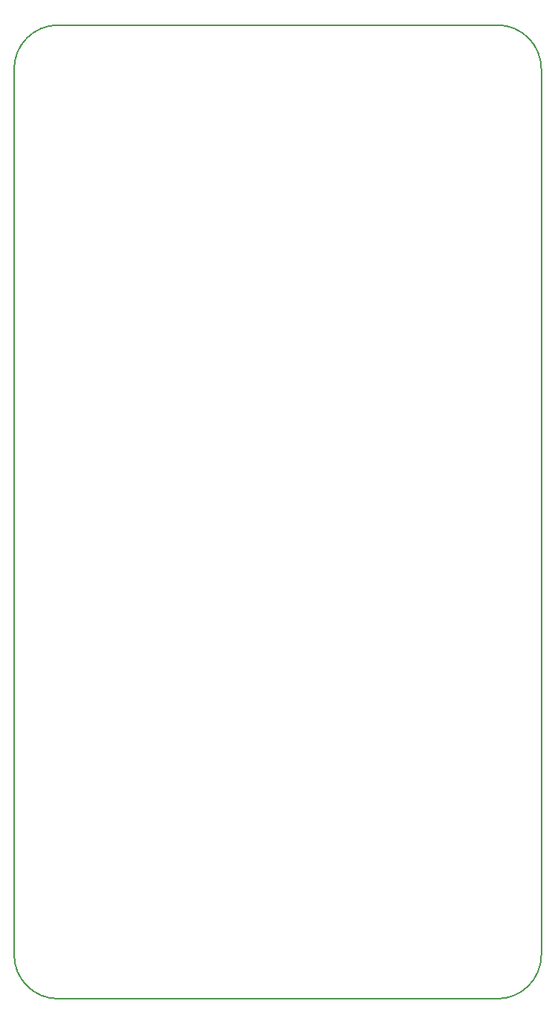
<source format=gbr>
%TF.GenerationSoftware,KiCad,Pcbnew,9.0.0*%
%TF.CreationDate,2025-05-13T23:13:56+02:00*%
%TF.ProjectId,kitchen_timer-hardware,6b697463-6865-46e5-9f74-696d65722d68,rev?*%
%TF.SameCoordinates,Original*%
%TF.FileFunction,Profile,NP*%
%FSLAX46Y46*%
G04 Gerber Fmt 4.6, Leading zero omitted, Abs format (unit mm)*
G04 Created by KiCad (PCBNEW 9.0.0) date 2025-05-13 23:13:56*
%MOMM*%
%LPD*%
G01*
G04 APERTURE LIST*
%TA.AperFunction,Profile*%
%ADD10C,0.200000*%
%TD*%
G04 APERTURE END LIST*
D10*
X187000000Y-133714400D02*
G75*
G02*
X182000000Y-138714400I-5000000J0D01*
G01*
X182000000Y-27940000D02*
G75*
G02*
X187000000Y-32940000I0J-5000000D01*
G01*
X132000000Y-138714400D02*
G75*
G02*
X127000000Y-133714400I0J5000000D01*
G01*
X182000000Y-138714400D02*
X132000000Y-138710000D01*
X127000000Y-32940000D02*
G75*
G02*
X132000000Y-27940000I5000000J0D01*
G01*
X132000000Y-27940000D02*
X182000000Y-27940000D01*
X187000000Y-32940000D02*
X187000000Y-133714400D01*
X127000000Y-133714400D02*
X127000000Y-32940000D01*
M02*

</source>
